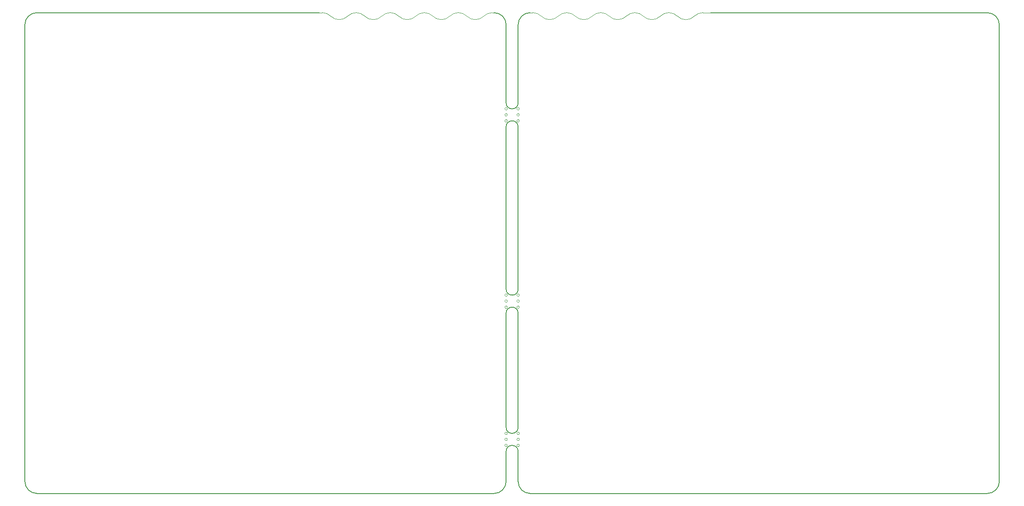
<source format=gbr>
%TF.GenerationSoftware,KiCad,Pcbnew,7.0.6*%
%TF.CreationDate,2023-11-09T09:41:33-05:00*%
%TF.ProjectId,split38,73706c69-7433-4382-9e6b-696361645f70,rev?*%
%TF.SameCoordinates,Original*%
%TF.FileFunction,Profile,NP*%
%FSLAX46Y46*%
G04 Gerber Fmt 4.6, Leading zero omitted, Abs format (unit mm)*
G04 Created by KiCad (PCBNEW 7.0.6) date 2023-11-09 09:41:33*
%MOMM*%
%LPD*%
G01*
G04 APERTURE LIST*
%TA.AperFunction,Profile*%
%ADD10C,0.100000*%
%TD*%
%TA.AperFunction,Profile*%
%ADD11C,0.200000*%
%TD*%
G04 APERTURE END LIST*
D10*
X159543750Y-28575000D02*
X158353125Y-28575000D01*
X154643277Y-29962079D02*
G75*
G03*
X156327075Y-29264627I-50J2381370D01*
G01*
X158010873Y-28567175D02*
X158353125Y-28575000D01*
X158010873Y-28567175D02*
G75*
G03*
X156327075Y-29264627I50J-2381370D01*
G01*
X132753903Y-29264627D02*
G75*
G03*
X131070105Y-28567175I-1683798J-1683799D01*
G01*
X146224287Y-29264627D02*
G75*
G03*
X144540489Y-28567175I-1683807J-1683819D01*
G01*
X144540489Y-28567175D02*
G75*
G03*
X142856691Y-29264627I-4J-2381240D01*
G01*
X147908085Y-29962078D02*
G75*
G03*
X149591883Y-29264627I0J2381250D01*
G01*
X141172893Y-29962079D02*
G75*
G03*
X142856691Y-29264627I4J2381240D01*
G01*
X152959479Y-29264627D02*
G75*
G03*
X154643277Y-29962079I1683847J1683917D01*
G01*
X151275681Y-28567175D02*
G75*
G03*
X149591883Y-29264627I-70J-2381080D01*
G01*
X152959479Y-29264627D02*
G75*
G03*
X151275681Y-28567175I-1683756J-1683697D01*
G01*
X146224287Y-29264627D02*
G75*
G03*
X147908085Y-29962079I1683797J1683794D01*
G01*
X124334913Y-28567175D02*
X123825000Y-28575000D01*
X131070105Y-28567176D02*
G75*
G03*
X129386307Y-29264627I0J-2381250D01*
G01*
X132753903Y-29264627D02*
G75*
G03*
X134437701Y-29962079I1683805J1683815D01*
G01*
X127702509Y-29962079D02*
G75*
G03*
X129386307Y-29264627I4J2381240D01*
G01*
X126018711Y-29264627D02*
G75*
G03*
X124334913Y-28567175I-1683798J-1683799D01*
G01*
X126018711Y-29264627D02*
G75*
G03*
X127702509Y-29962079I1683798J1683799D01*
G01*
X139489095Y-29264627D02*
G75*
G03*
X141172893Y-29962079I1683797J1683794D01*
G01*
X137805297Y-28567175D02*
G75*
G03*
X136121499Y-29264627I-4J-2381240D01*
G01*
X134437701Y-29962079D02*
G75*
G03*
X136121499Y-29264627I4J2381240D01*
G01*
X139489095Y-29264627D02*
G75*
G03*
X137805297Y-28567175I-1683807J-1683819D01*
G01*
X116338998Y-28567175D02*
X116681250Y-28575000D01*
X116338998Y-28567175D02*
G75*
G03*
X114655200Y-29264627I50J-2381370D01*
G01*
X82663038Y-28567175D02*
X82153125Y-28575000D01*
X112971402Y-29962080D02*
G75*
G03*
X114655200Y-29264627I-52J2381373D01*
G01*
X104552404Y-29264635D02*
G75*
G03*
X102868614Y-28567175I-1683786J-1683744D01*
G01*
X102868614Y-28567174D02*
G75*
G03*
X101184816Y-29264627I4J-2381255D01*
G01*
X104552406Y-29264633D02*
G75*
G03*
X106236210Y-29962079I1683812J1683854D01*
G01*
X99501018Y-29962079D02*
G75*
G03*
X101184816Y-29264627I4J2381240D01*
G01*
X111287622Y-29264609D02*
G75*
G03*
X112971402Y-29962079I1683796J1683730D01*
G01*
X109603806Y-28567154D02*
G75*
G03*
X107920009Y-29264628I12J-2381225D01*
G01*
X106236210Y-29962076D02*
G75*
G03*
X107920008Y-29264627I8J2381237D01*
G01*
X111287621Y-29264610D02*
G75*
G03*
X109603806Y-28567175I-1683803J-1683869D01*
G01*
X97817212Y-29264635D02*
G75*
G03*
X96133422Y-28567175I-1683786J-1683744D01*
G01*
X96133422Y-28567174D02*
G75*
G03*
X94449624Y-29264627I4J-2381255D01*
G01*
X97817214Y-29264633D02*
G75*
G03*
X99501018Y-29962079I1683812J1683854D01*
G01*
X92765826Y-29962079D02*
G75*
G03*
X94449624Y-29264627I4J2381240D01*
G01*
X91082028Y-29264627D02*
G75*
G03*
X89398230Y-28567175I-1683798J-1683799D01*
G01*
X91082029Y-29264626D02*
G75*
G03*
X92765826Y-29962079I1683801J1683801D01*
G01*
X89398230Y-28567176D02*
G75*
G03*
X87714432Y-29264627I0J-2381250D01*
G01*
X86030634Y-29962080D02*
G75*
G03*
X87714432Y-29264627I-4J2381255D01*
G01*
X84346836Y-29264627D02*
G75*
G03*
X86030634Y-29962079I1683798J1683799D01*
G01*
X84346836Y-29264627D02*
G75*
G03*
X82663038Y-28567175I-1683798J-1683798D01*
G01*
D11*
X119062500Y-88106250D02*
X119062500Y-110728125D01*
X119062500Y-83343750D02*
G75*
G03*
X121443750Y-83343750I1190625J0D01*
G01*
X119062500Y-51196875D02*
X119062500Y-83343750D01*
X119062500Y-115490625D02*
X119062500Y-121443750D01*
X23812500Y-121443750D02*
G75*
G03*
X26193750Y-123825000I2381250J0D01*
G01*
X121443750Y-83343750D02*
X121443750Y-51196875D01*
X119062500Y-46434375D02*
G75*
G03*
X121443750Y-46434375I1190625J0D01*
G01*
X119062500Y-46434375D02*
X119062500Y-30956250D01*
D10*
X119311194Y-47625000D02*
G75*
G03*
X119311194Y-47625000I-248694J0D01*
G01*
D11*
X216693750Y-30956250D02*
X216693750Y-121443750D01*
D10*
X121692444Y-48815625D02*
G75*
G03*
X121692444Y-48815625I-248694J0D01*
G01*
D11*
X214312500Y-123825000D02*
X123825000Y-123825000D01*
X216693800Y-30956250D02*
G75*
G03*
X214312500Y-28575000I-2381300J-50D01*
G01*
D10*
X121692444Y-85725000D02*
G75*
G03*
X121692444Y-85725000I-248694J0D01*
G01*
D11*
X116681250Y-123825000D02*
G75*
G03*
X119062500Y-121443750I-50J2381300D01*
G01*
X119062500Y-110728125D02*
G75*
G03*
X121443750Y-110728125I1190625J0D01*
G01*
X121443750Y-121443750D02*
X121443750Y-115490625D01*
X116681250Y-123825000D02*
X26193750Y-123825000D01*
X159543750Y-28575000D02*
X214312500Y-28575000D01*
D10*
X121692444Y-50006250D02*
G75*
G03*
X121692444Y-50006250I-248694J0D01*
G01*
X121692444Y-84534375D02*
G75*
G03*
X121692444Y-84534375I-248694J0D01*
G01*
D11*
X26193750Y-28575000D02*
X82153125Y-28575000D01*
X121443750Y-46434375D02*
X121443750Y-30956250D01*
D10*
X119311194Y-50006250D02*
G75*
G03*
X119311194Y-50006250I-248694J0D01*
G01*
D11*
X23812500Y-121443750D02*
X23812500Y-30956250D01*
D10*
X121692444Y-86915625D02*
G75*
G03*
X121692444Y-86915625I-248694J0D01*
G01*
D11*
X119062500Y-30956250D02*
G75*
G03*
X116681250Y-28575000I-2381300J-50D01*
G01*
X121443750Y-110728125D02*
X121443750Y-88106250D01*
D10*
X121692444Y-47625000D02*
G75*
G03*
X121692444Y-47625000I-248694J0D01*
G01*
X121692444Y-114300000D02*
G75*
G03*
X121692444Y-114300000I-248694J0D01*
G01*
D11*
X121443750Y-51196875D02*
G75*
G03*
X119062500Y-51196875I-1190625J0D01*
G01*
D10*
X119311194Y-113109375D02*
G75*
G03*
X119311194Y-113109375I-248694J0D01*
G01*
X121692444Y-113109375D02*
G75*
G03*
X121692444Y-113109375I-248694J0D01*
G01*
X119311194Y-48815625D02*
G75*
G03*
X119311194Y-48815625I-248694J0D01*
G01*
X119311194Y-114300000D02*
G75*
G03*
X119311194Y-114300000I-248694J0D01*
G01*
D11*
X123825000Y-28575050D02*
G75*
G03*
X121443750Y-30956250I0J-2381250D01*
G01*
X214312500Y-123824950D02*
G75*
G03*
X216693750Y-121443750I0J2381250D01*
G01*
X121443750Y-88106250D02*
G75*
G03*
X119062500Y-88106250I-1190625J0D01*
G01*
D10*
X119311194Y-84534375D02*
G75*
G03*
X119311194Y-84534375I-248694J0D01*
G01*
D11*
X121443750Y-115490625D02*
G75*
G03*
X119062500Y-115490625I-1190625J0D01*
G01*
X121443700Y-121443750D02*
G75*
G03*
X123825000Y-123825000I2381300J50D01*
G01*
D10*
X119311194Y-86915625D02*
G75*
G03*
X119311194Y-86915625I-248694J0D01*
G01*
X119311194Y-85725000D02*
G75*
G03*
X119311194Y-85725000I-248694J0D01*
G01*
D11*
X26193750Y-28575000D02*
G75*
G03*
X23812500Y-30956250I0J-2381250D01*
G01*
D10*
X119311194Y-111918750D02*
G75*
G03*
X119311194Y-111918750I-248694J0D01*
G01*
X121692444Y-111918750D02*
G75*
G03*
X121692444Y-111918750I-248694J0D01*
G01*
M02*

</source>
